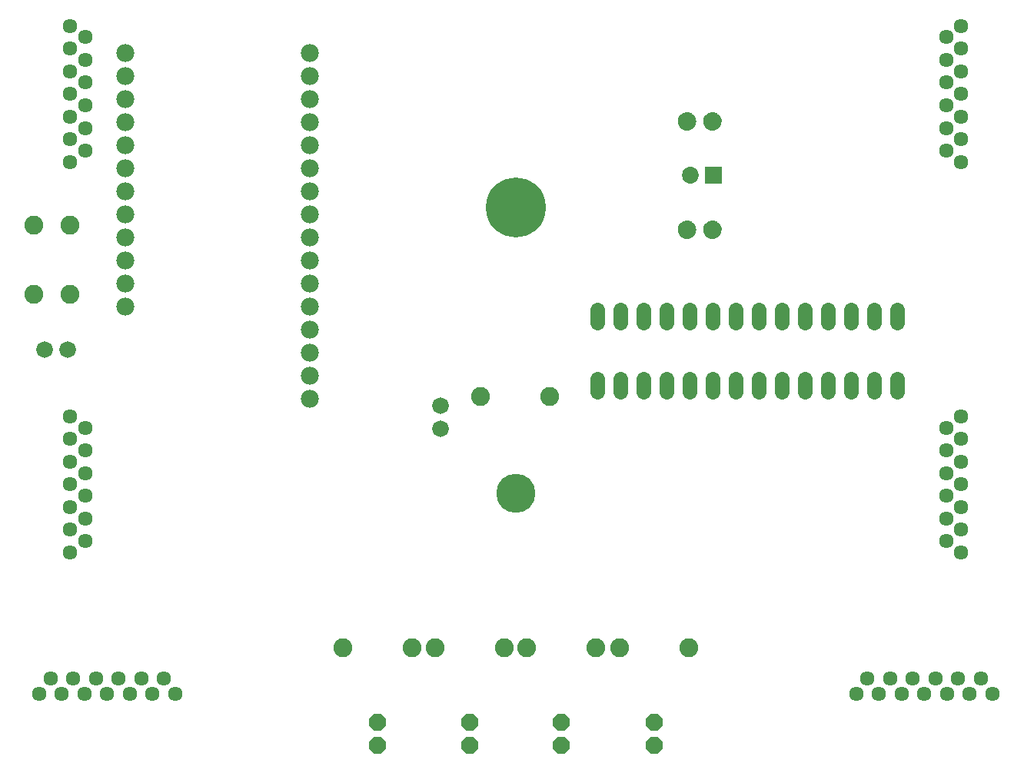
<source format=gbs>
G04 EAGLE Gerber RS-274X export*
G75*
%MOMM*%
%FSLAX34Y34*%
%LPD*%
%INBottom Soldermask*%
%IPPOS*%
%AMOC8*
5,1,8,0,0,1.08239X$1,22.5*%
G01*
%ADD10C,6.603200*%
%ADD11C,4.303200*%
%ADD12C,1.981200*%
%ADD13C,1.612800*%
%ADD14C,2.082800*%
%ADD15C,1.828800*%
%ADD16R,1.854200X1.854200*%
%ADD17C,1.854200*%
%ADD18P,2.034460X8X292.500000*%
%ADD19C,1.625600*%

G36*
X826760Y699827D02*
X826760Y699827D01*
X826825Y699823D01*
X828656Y699983D01*
X828702Y699996D01*
X828778Y700006D01*
X830542Y700520D01*
X830586Y700541D01*
X830658Y700566D01*
X832288Y701415D01*
X832326Y701444D01*
X832392Y701483D01*
X833825Y702633D01*
X833857Y702669D01*
X833914Y702720D01*
X835095Y704128D01*
X835119Y704169D01*
X835165Y704230D01*
X835710Y705223D01*
X836049Y705842D01*
X836064Y705887D01*
X836098Y705956D01*
X836650Y707709D01*
X836656Y707756D01*
X836676Y707830D01*
X836876Y709657D01*
X836872Y709703D01*
X836878Y709772D01*
X836755Y711448D01*
X836744Y711491D01*
X836738Y711557D01*
X836327Y713187D01*
X836308Y713227D01*
X836290Y713291D01*
X835602Y714824D01*
X835577Y714861D01*
X835548Y714921D01*
X834604Y716311D01*
X834573Y716343D01*
X834535Y716397D01*
X833364Y717603D01*
X833328Y717629D01*
X833280Y717675D01*
X831918Y718659D01*
X831877Y718678D01*
X831823Y718715D01*
X830310Y719448D01*
X830267Y719460D01*
X830207Y719487D01*
X828590Y719945D01*
X828545Y719950D01*
X828481Y719966D01*
X826809Y720137D01*
X826761Y720133D01*
X826682Y720137D01*
X825010Y719971D01*
X824967Y719959D01*
X824902Y719950D01*
X823284Y719496D01*
X823243Y719477D01*
X823180Y719457D01*
X821666Y718729D01*
X821630Y718703D01*
X821571Y718673D01*
X820206Y717692D01*
X820175Y717660D01*
X820122Y717620D01*
X818948Y716418D01*
X818923Y716381D01*
X818878Y716333D01*
X817931Y714945D01*
X817913Y714904D01*
X817877Y714848D01*
X817185Y713317D01*
X817174Y713274D01*
X817148Y713213D01*
X816733Y711584D01*
X816730Y711540D01*
X816715Y711475D01*
X816589Y709800D01*
X816593Y709753D01*
X816591Y709681D01*
X816796Y707846D01*
X816810Y707799D01*
X816822Y707724D01*
X817382Y705963D01*
X817405Y705921D01*
X817431Y705849D01*
X818324Y704232D01*
X818354Y704194D01*
X818394Y704129D01*
X819585Y702717D01*
X819622Y702686D01*
X819674Y702630D01*
X821118Y701477D01*
X821160Y701455D01*
X821222Y701410D01*
X822863Y700561D01*
X822909Y700547D01*
X822978Y700515D01*
X824753Y700002D01*
X824801Y699997D01*
X824876Y699980D01*
X826716Y699823D01*
X826760Y699827D01*
G37*
G36*
X798769Y699827D02*
X798769Y699827D01*
X798834Y699823D01*
X800665Y699983D01*
X800711Y699996D01*
X800787Y700006D01*
X802551Y700520D01*
X802595Y700541D01*
X802667Y700566D01*
X804297Y701415D01*
X804335Y701444D01*
X804401Y701483D01*
X805834Y702633D01*
X805866Y702669D01*
X805923Y702720D01*
X807104Y704128D01*
X807128Y704169D01*
X807174Y704230D01*
X807719Y705223D01*
X808058Y705842D01*
X808073Y705887D01*
X808107Y705956D01*
X808659Y707709D01*
X808665Y707756D01*
X808685Y707830D01*
X808885Y709657D01*
X808881Y709703D01*
X808887Y709772D01*
X808764Y711448D01*
X808753Y711491D01*
X808747Y711557D01*
X808336Y713187D01*
X808317Y713227D01*
X808299Y713291D01*
X807611Y714824D01*
X807586Y714861D01*
X807557Y714921D01*
X806613Y716311D01*
X806582Y716343D01*
X806544Y716397D01*
X805373Y717603D01*
X805337Y717629D01*
X805289Y717675D01*
X803927Y718659D01*
X803886Y718678D01*
X803832Y718715D01*
X802319Y719448D01*
X802276Y719460D01*
X802216Y719487D01*
X800599Y719945D01*
X800554Y719950D01*
X800490Y719966D01*
X798818Y720137D01*
X798770Y720133D01*
X798691Y720137D01*
X797019Y719971D01*
X796976Y719959D01*
X796911Y719950D01*
X795293Y719496D01*
X795252Y719477D01*
X795189Y719457D01*
X793675Y718729D01*
X793639Y718703D01*
X793580Y718673D01*
X792215Y717692D01*
X792184Y717660D01*
X792131Y717620D01*
X790957Y716418D01*
X790932Y716381D01*
X790887Y716333D01*
X789940Y714945D01*
X789922Y714904D01*
X789886Y714848D01*
X789194Y713317D01*
X789183Y713274D01*
X789157Y713213D01*
X788742Y711584D01*
X788739Y711540D01*
X788724Y711475D01*
X788598Y709800D01*
X788602Y709753D01*
X788600Y709681D01*
X788805Y707846D01*
X788819Y707799D01*
X788831Y707724D01*
X789391Y705963D01*
X789414Y705921D01*
X789440Y705849D01*
X790333Y704232D01*
X790363Y704194D01*
X790403Y704129D01*
X791594Y702717D01*
X791631Y702686D01*
X791683Y702630D01*
X793127Y701477D01*
X793169Y701455D01*
X793231Y701410D01*
X794872Y700561D01*
X794918Y700547D01*
X794987Y700515D01*
X796762Y700002D01*
X796810Y699997D01*
X796885Y699980D01*
X798725Y699823D01*
X798769Y699827D01*
G37*
G36*
X826760Y580447D02*
X826760Y580447D01*
X826825Y580443D01*
X828656Y580603D01*
X828702Y580616D01*
X828778Y580626D01*
X830542Y581140D01*
X830586Y581161D01*
X830658Y581186D01*
X832288Y582035D01*
X832326Y582064D01*
X832392Y582103D01*
X833825Y583253D01*
X833857Y583289D01*
X833914Y583340D01*
X835095Y584748D01*
X835119Y584789D01*
X835165Y584850D01*
X835710Y585843D01*
X836049Y586462D01*
X836064Y586507D01*
X836098Y586576D01*
X836650Y588329D01*
X836656Y588376D01*
X836676Y588450D01*
X836876Y590277D01*
X836872Y590323D01*
X836878Y590392D01*
X836755Y592068D01*
X836744Y592111D01*
X836738Y592177D01*
X836327Y593807D01*
X836308Y593847D01*
X836290Y593911D01*
X835602Y595444D01*
X835577Y595481D01*
X835548Y595541D01*
X834604Y596931D01*
X834573Y596963D01*
X834535Y597017D01*
X833364Y598223D01*
X833328Y598249D01*
X833280Y598295D01*
X831918Y599279D01*
X831877Y599298D01*
X831823Y599335D01*
X830310Y600068D01*
X830267Y600080D01*
X830207Y600107D01*
X828590Y600565D01*
X828545Y600570D01*
X828481Y600586D01*
X826809Y600757D01*
X826761Y600753D01*
X826682Y600757D01*
X825010Y600591D01*
X824967Y600579D01*
X824902Y600570D01*
X823284Y600116D01*
X823243Y600097D01*
X823180Y600077D01*
X821666Y599349D01*
X821630Y599323D01*
X821571Y599293D01*
X820206Y598312D01*
X820175Y598280D01*
X820122Y598240D01*
X818948Y597038D01*
X818923Y597001D01*
X818878Y596953D01*
X817931Y595565D01*
X817913Y595524D01*
X817877Y595468D01*
X817185Y593937D01*
X817174Y593894D01*
X817148Y593833D01*
X816733Y592204D01*
X816730Y592160D01*
X816715Y592095D01*
X816589Y590420D01*
X816593Y590373D01*
X816591Y590301D01*
X816796Y588466D01*
X816810Y588419D01*
X816822Y588344D01*
X817382Y586583D01*
X817405Y586541D01*
X817431Y586469D01*
X818324Y584852D01*
X818354Y584814D01*
X818394Y584749D01*
X819585Y583337D01*
X819622Y583306D01*
X819674Y583250D01*
X821118Y582097D01*
X821160Y582075D01*
X821222Y582030D01*
X822863Y581181D01*
X822909Y581167D01*
X822978Y581135D01*
X824753Y580622D01*
X824801Y580617D01*
X824876Y580600D01*
X826716Y580443D01*
X826760Y580447D01*
G37*
G36*
X798769Y580447D02*
X798769Y580447D01*
X798834Y580443D01*
X800665Y580603D01*
X800711Y580616D01*
X800787Y580626D01*
X802551Y581140D01*
X802595Y581161D01*
X802667Y581186D01*
X804297Y582035D01*
X804335Y582064D01*
X804401Y582103D01*
X805834Y583253D01*
X805866Y583289D01*
X805923Y583340D01*
X807104Y584748D01*
X807128Y584789D01*
X807174Y584850D01*
X807719Y585843D01*
X808058Y586462D01*
X808073Y586507D01*
X808107Y586576D01*
X808659Y588329D01*
X808665Y588376D01*
X808685Y588450D01*
X808885Y590277D01*
X808881Y590323D01*
X808887Y590392D01*
X808764Y592068D01*
X808753Y592111D01*
X808747Y592177D01*
X808336Y593807D01*
X808317Y593847D01*
X808299Y593911D01*
X807611Y595444D01*
X807586Y595481D01*
X807557Y595541D01*
X806613Y596931D01*
X806582Y596963D01*
X806544Y597017D01*
X805373Y598223D01*
X805337Y598249D01*
X805289Y598295D01*
X803927Y599279D01*
X803886Y599298D01*
X803832Y599335D01*
X802319Y600068D01*
X802276Y600080D01*
X802216Y600107D01*
X800599Y600565D01*
X800554Y600570D01*
X800490Y600586D01*
X798818Y600757D01*
X798770Y600753D01*
X798691Y600757D01*
X797019Y600591D01*
X796976Y600579D01*
X796911Y600570D01*
X795293Y600116D01*
X795252Y600097D01*
X795189Y600077D01*
X793675Y599349D01*
X793639Y599323D01*
X793580Y599293D01*
X792215Y598312D01*
X792184Y598280D01*
X792131Y598240D01*
X790957Y597038D01*
X790932Y597001D01*
X790887Y596953D01*
X789940Y595565D01*
X789922Y595524D01*
X789886Y595468D01*
X789194Y593937D01*
X789183Y593894D01*
X789157Y593833D01*
X788742Y592204D01*
X788739Y592160D01*
X788724Y592095D01*
X788598Y590420D01*
X788602Y590373D01*
X788600Y590301D01*
X788805Y588466D01*
X788819Y588419D01*
X788831Y588344D01*
X789391Y586583D01*
X789414Y586541D01*
X789440Y586469D01*
X790333Y584852D01*
X790363Y584814D01*
X790403Y584749D01*
X791594Y583337D01*
X791631Y583306D01*
X791683Y583250D01*
X793127Y582097D01*
X793169Y582075D01*
X793231Y582030D01*
X794872Y581181D01*
X794918Y581167D01*
X794987Y581135D01*
X796762Y580622D01*
X796810Y580617D01*
X796885Y580600D01*
X798725Y580443D01*
X798769Y580447D01*
G37*
D10*
X610000Y615000D03*
D11*
X610000Y300000D03*
D12*
X180500Y506100D03*
X180500Y531500D03*
X180500Y556900D03*
X180500Y582300D03*
X180500Y607700D03*
X180500Y633100D03*
X180500Y658500D03*
X180500Y683900D03*
X180500Y709300D03*
X180500Y734700D03*
X180500Y760100D03*
X180500Y785500D03*
X383700Y506100D03*
X383700Y531500D03*
X383700Y556900D03*
X383700Y582300D03*
X383700Y607700D03*
X383700Y633100D03*
X383700Y658500D03*
X383700Y683900D03*
X383700Y709300D03*
X383700Y734700D03*
X383700Y760100D03*
X383700Y785500D03*
X383700Y480700D03*
X383700Y455300D03*
X383700Y429900D03*
X383700Y404500D03*
D13*
X119200Y815100D03*
X135700Y802600D03*
X119200Y790100D03*
X135700Y777600D03*
X119200Y765100D03*
X135700Y752600D03*
X119200Y740100D03*
X135700Y727600D03*
X119200Y715100D03*
X135700Y702600D03*
X119200Y690100D03*
X135700Y677600D03*
X119200Y665100D03*
X1100800Y815100D03*
X1084300Y802600D03*
X1100800Y790100D03*
X1084300Y777600D03*
X1100800Y765100D03*
X1084300Y752600D03*
X1100800Y740100D03*
X1084300Y727600D03*
X1100800Y715100D03*
X1084300Y702600D03*
X1100800Y690100D03*
X1084300Y677600D03*
X1100800Y665100D03*
X119200Y234900D03*
X135700Y247400D03*
X119200Y259900D03*
X135700Y272400D03*
X119200Y284900D03*
X135700Y297400D03*
X119200Y309900D03*
X135700Y322400D03*
X119200Y334900D03*
X135700Y347400D03*
X119200Y359900D03*
X135700Y372400D03*
X119200Y384900D03*
X1100800Y234900D03*
X1084300Y247400D03*
X1100800Y259900D03*
X1084300Y272400D03*
X1100800Y284900D03*
X1084300Y297400D03*
X1100800Y309900D03*
X1084300Y322400D03*
X1100800Y334900D03*
X1084300Y347400D03*
X1100800Y359900D03*
X1084300Y372400D03*
X1100800Y384900D03*
X984900Y79200D03*
X997400Y95700D03*
X1009900Y79200D03*
X1022400Y95700D03*
X1034900Y79200D03*
X1047400Y95700D03*
X1059900Y79200D03*
X1072400Y95700D03*
X1084900Y79200D03*
X1097400Y95700D03*
X1109900Y79200D03*
X1122400Y95700D03*
X1134900Y79200D03*
X235100Y79200D03*
X222600Y95700D03*
X210100Y79200D03*
X197600Y95700D03*
X185100Y79200D03*
X172600Y95700D03*
X160100Y79200D03*
X147600Y95700D03*
X135100Y79200D03*
X122600Y95700D03*
X110100Y79200D03*
X97600Y95700D03*
X85100Y79200D03*
D14*
X571500Y406400D03*
X647700Y406400D03*
X119500Y519100D03*
X119500Y595300D03*
X79400Y595300D03*
X79400Y519100D03*
D15*
X116500Y458400D03*
X91100Y458400D03*
X527304Y396748D03*
X527304Y371348D03*
D16*
X827586Y650240D03*
D17*
X802586Y650240D03*
D18*
X762500Y47700D03*
X762500Y22300D03*
X660500Y47700D03*
X660500Y22300D03*
X559500Y47700D03*
X559500Y22300D03*
X457500Y47700D03*
X457500Y22300D03*
D14*
X724400Y130000D03*
X800600Y130000D03*
X622400Y130000D03*
X698600Y130000D03*
X521400Y130000D03*
X597600Y130000D03*
X419400Y130000D03*
X495600Y130000D03*
D19*
X1030100Y488188D02*
X1030100Y502412D01*
X1004700Y502412D02*
X1004700Y488188D01*
X979300Y488188D02*
X979300Y502412D01*
X953900Y502412D02*
X953900Y488188D01*
X928500Y488188D02*
X928500Y502412D01*
X903100Y502412D02*
X903100Y488188D01*
X877700Y488188D02*
X877700Y502412D01*
X852300Y502412D02*
X852300Y488188D01*
X826900Y488188D02*
X826900Y502412D01*
X801500Y502412D02*
X801500Y488188D01*
X776100Y488188D02*
X776100Y502412D01*
X750700Y502412D02*
X750700Y488188D01*
X725300Y488188D02*
X725300Y502412D01*
X699900Y502412D02*
X699900Y488188D01*
X699900Y426212D02*
X699900Y411988D01*
X725300Y411988D02*
X725300Y426212D01*
X750700Y426212D02*
X750700Y411988D01*
X776100Y411988D02*
X776100Y426212D01*
X801500Y426212D02*
X801500Y411988D01*
X826900Y411988D02*
X826900Y426212D01*
X852300Y426212D02*
X852300Y411988D01*
X877700Y411988D02*
X877700Y426212D01*
X903100Y426212D02*
X903100Y411988D01*
X928500Y411988D02*
X928500Y426212D01*
X953900Y426212D02*
X953900Y411988D01*
X979300Y411988D02*
X979300Y426212D01*
X1004700Y426212D02*
X1004700Y411988D01*
X1030100Y411988D02*
X1030100Y426212D01*
M02*

</source>
